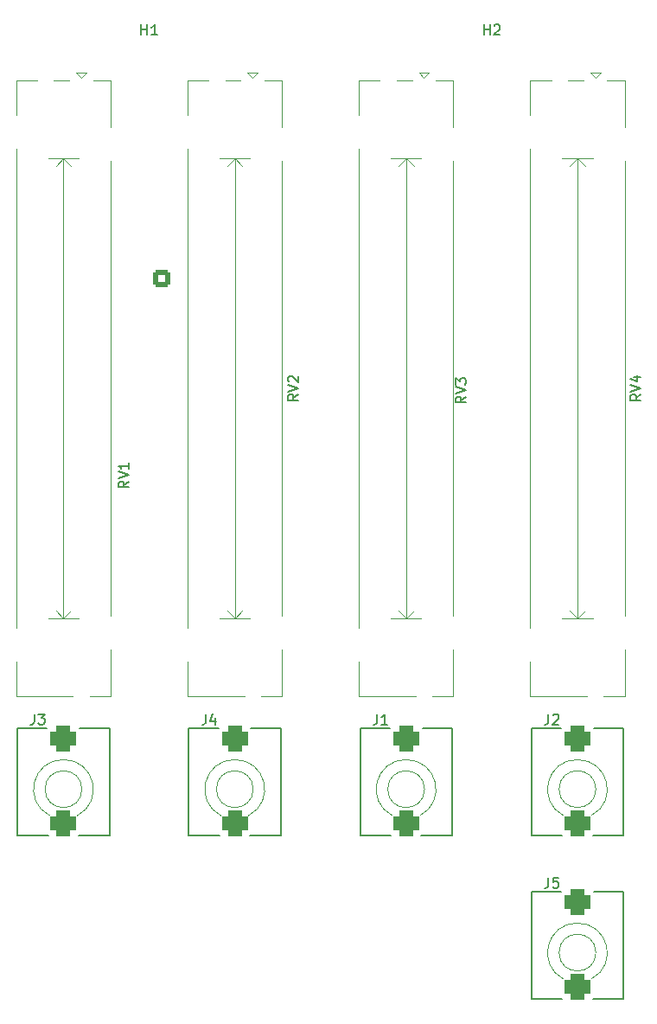
<source format=gto>
G04 #@! TF.GenerationSoftware,KiCad,Pcbnew,7.0.7*
G04 #@! TF.CreationDate,2025-11-01T14:08:12+08:00*
G04 #@! TF.ProjectId,2144_LPF,32313434-5f4c-4504-962e-6b696361645f,rev?*
G04 #@! TF.SameCoordinates,Original*
G04 #@! TF.FileFunction,Legend,Top*
G04 #@! TF.FilePolarity,Positive*
%FSLAX46Y46*%
G04 Gerber Fmt 4.6, Leading zero omitted, Abs format (unit mm)*
G04 Created by KiCad (PCBNEW 7.0.7) date 2025-11-01 14:08:12*
%MOMM*%
%LPD*%
G01*
G04 APERTURE LIST*
G04 Aperture macros list*
%AMRoundRect*
0 Rectangle with rounded corners*
0 $1 Rounding radius*
0 $2 $3 $4 $5 $6 $7 $8 $9 X,Y pos of 4 corners*
0 Add a 4 corners polygon primitive as box body*
4,1,4,$2,$3,$4,$5,$6,$7,$8,$9,$2,$3,0*
0 Add four circle primitives for the rounded corners*
1,1,$1+$1,$2,$3*
1,1,$1+$1,$4,$5*
1,1,$1+$1,$6,$7*
1,1,$1+$1,$8,$9*
0 Add four rect primitives between the rounded corners*
20,1,$1+$1,$2,$3,$4,$5,0*
20,1,$1+$1,$4,$5,$6,$7,0*
20,1,$1+$1,$6,$7,$8,$9,0*
20,1,$1+$1,$8,$9,$2,$3,0*%
G04 Aperture macros list end*
%ADD10C,0.150000*%
%ADD11C,0.120000*%
%ADD12C,0.200000*%
%ADD13C,3.200000*%
%ADD14R,1.750000X1.750000*%
%ADD15C,1.750000*%
%ADD16C,2.700000*%
%ADD17O,3.100000X2.300000*%
%ADD18RoundRect,0.650000X-0.650000X-0.650000X0.650000X-0.650000X0.650000X0.650000X-0.650000X0.650000X0*%
%ADD19R,1.700000X1.700000*%
%ADD20C,1.700000*%
%ADD21RoundRect,0.250000X0.600000X0.600000X-0.600000X0.600000X-0.600000X-0.600000X0.600000X-0.600000X0*%
G04 APERTURE END LIST*
D10*
X116018095Y-54154819D02*
X116018095Y-53154819D01*
X116018095Y-53631009D02*
X116589523Y-53631009D01*
X116589523Y-54154819D02*
X116589523Y-53154819D01*
X117018095Y-53250057D02*
X117065714Y-53202438D01*
X117065714Y-53202438D02*
X117160952Y-53154819D01*
X117160952Y-53154819D02*
X117399047Y-53154819D01*
X117399047Y-53154819D02*
X117494285Y-53202438D01*
X117494285Y-53202438D02*
X117541904Y-53250057D01*
X117541904Y-53250057D02*
X117589523Y-53345295D01*
X117589523Y-53345295D02*
X117589523Y-53440533D01*
X117589523Y-53440533D02*
X117541904Y-53583390D01*
X117541904Y-53583390D02*
X116970476Y-54154819D01*
X116970476Y-54154819D02*
X117589523Y-54154819D01*
X131374819Y-89345238D02*
X130898628Y-89678571D01*
X131374819Y-89916666D02*
X130374819Y-89916666D01*
X130374819Y-89916666D02*
X130374819Y-89535714D01*
X130374819Y-89535714D02*
X130422438Y-89440476D01*
X130422438Y-89440476D02*
X130470057Y-89392857D01*
X130470057Y-89392857D02*
X130565295Y-89345238D01*
X130565295Y-89345238D02*
X130708152Y-89345238D01*
X130708152Y-89345238D02*
X130803390Y-89392857D01*
X130803390Y-89392857D02*
X130851009Y-89440476D01*
X130851009Y-89440476D02*
X130898628Y-89535714D01*
X130898628Y-89535714D02*
X130898628Y-89916666D01*
X130374819Y-89059523D02*
X131374819Y-88726190D01*
X131374819Y-88726190D02*
X130374819Y-88392857D01*
X130708152Y-87630952D02*
X131374819Y-87630952D01*
X130327200Y-87869047D02*
X131041485Y-88107142D01*
X131041485Y-88107142D02*
X131041485Y-87488095D01*
X122336666Y-120654819D02*
X122336666Y-121369104D01*
X122336666Y-121369104D02*
X122289047Y-121511961D01*
X122289047Y-121511961D02*
X122193809Y-121607200D01*
X122193809Y-121607200D02*
X122050952Y-121654819D01*
X122050952Y-121654819D02*
X121955714Y-121654819D01*
X122765238Y-120750057D02*
X122812857Y-120702438D01*
X122812857Y-120702438D02*
X122908095Y-120654819D01*
X122908095Y-120654819D02*
X123146190Y-120654819D01*
X123146190Y-120654819D02*
X123241428Y-120702438D01*
X123241428Y-120702438D02*
X123289047Y-120750057D01*
X123289047Y-120750057D02*
X123336666Y-120845295D01*
X123336666Y-120845295D02*
X123336666Y-120940533D01*
X123336666Y-120940533D02*
X123289047Y-121083390D01*
X123289047Y-121083390D02*
X122717619Y-121654819D01*
X122717619Y-121654819D02*
X123336666Y-121654819D01*
X81226819Y-97877238D02*
X80750628Y-98210571D01*
X81226819Y-98448666D02*
X80226819Y-98448666D01*
X80226819Y-98448666D02*
X80226819Y-98067714D01*
X80226819Y-98067714D02*
X80274438Y-97972476D01*
X80274438Y-97972476D02*
X80322057Y-97924857D01*
X80322057Y-97924857D02*
X80417295Y-97877238D01*
X80417295Y-97877238D02*
X80560152Y-97877238D01*
X80560152Y-97877238D02*
X80655390Y-97924857D01*
X80655390Y-97924857D02*
X80703009Y-97972476D01*
X80703009Y-97972476D02*
X80750628Y-98067714D01*
X80750628Y-98067714D02*
X80750628Y-98448666D01*
X80226819Y-97591523D02*
X81226819Y-97258190D01*
X81226819Y-97258190D02*
X80226819Y-96924857D01*
X81226819Y-96067714D02*
X81226819Y-96639142D01*
X81226819Y-96353428D02*
X80226819Y-96353428D01*
X80226819Y-96353428D02*
X80369676Y-96448666D01*
X80369676Y-96448666D02*
X80464914Y-96543904D01*
X80464914Y-96543904D02*
X80512533Y-96639142D01*
X82458095Y-54154819D02*
X82458095Y-53154819D01*
X82458095Y-53631009D02*
X83029523Y-53631009D01*
X83029523Y-54154819D02*
X83029523Y-53154819D01*
X84029523Y-54154819D02*
X83458095Y-54154819D01*
X83743809Y-54154819D02*
X83743809Y-53154819D01*
X83743809Y-53154819D02*
X83648571Y-53297676D01*
X83648571Y-53297676D02*
X83553333Y-53392914D01*
X83553333Y-53392914D02*
X83458095Y-53440533D01*
X122336666Y-136654819D02*
X122336666Y-137369104D01*
X122336666Y-137369104D02*
X122289047Y-137511961D01*
X122289047Y-137511961D02*
X122193809Y-137607200D01*
X122193809Y-137607200D02*
X122050952Y-137654819D01*
X122050952Y-137654819D02*
X121955714Y-137654819D01*
X123289047Y-136654819D02*
X122812857Y-136654819D01*
X122812857Y-136654819D02*
X122765238Y-137131009D01*
X122765238Y-137131009D02*
X122812857Y-137083390D01*
X122812857Y-137083390D02*
X122908095Y-137035771D01*
X122908095Y-137035771D02*
X123146190Y-137035771D01*
X123146190Y-137035771D02*
X123241428Y-137083390D01*
X123241428Y-137083390D02*
X123289047Y-137131009D01*
X123289047Y-137131009D02*
X123336666Y-137226247D01*
X123336666Y-137226247D02*
X123336666Y-137464342D01*
X123336666Y-137464342D02*
X123289047Y-137559580D01*
X123289047Y-137559580D02*
X123241428Y-137607200D01*
X123241428Y-137607200D02*
X123146190Y-137654819D01*
X123146190Y-137654819D02*
X122908095Y-137654819D01*
X122908095Y-137654819D02*
X122812857Y-137607200D01*
X122812857Y-137607200D02*
X122765238Y-137559580D01*
X97814819Y-89345238D02*
X97338628Y-89678571D01*
X97814819Y-89916666D02*
X96814819Y-89916666D01*
X96814819Y-89916666D02*
X96814819Y-89535714D01*
X96814819Y-89535714D02*
X96862438Y-89440476D01*
X96862438Y-89440476D02*
X96910057Y-89392857D01*
X96910057Y-89392857D02*
X97005295Y-89345238D01*
X97005295Y-89345238D02*
X97148152Y-89345238D01*
X97148152Y-89345238D02*
X97243390Y-89392857D01*
X97243390Y-89392857D02*
X97291009Y-89440476D01*
X97291009Y-89440476D02*
X97338628Y-89535714D01*
X97338628Y-89535714D02*
X97338628Y-89916666D01*
X96814819Y-89059523D02*
X97814819Y-88726190D01*
X97814819Y-88726190D02*
X96814819Y-88392857D01*
X96910057Y-88107142D02*
X96862438Y-88059523D01*
X96862438Y-88059523D02*
X96814819Y-87964285D01*
X96814819Y-87964285D02*
X96814819Y-87726190D01*
X96814819Y-87726190D02*
X96862438Y-87630952D01*
X96862438Y-87630952D02*
X96910057Y-87583333D01*
X96910057Y-87583333D02*
X97005295Y-87535714D01*
X97005295Y-87535714D02*
X97100533Y-87535714D01*
X97100533Y-87535714D02*
X97243390Y-87583333D01*
X97243390Y-87583333D02*
X97814819Y-88154761D01*
X97814819Y-88154761D02*
X97814819Y-87535714D01*
X114246819Y-89581238D02*
X113770628Y-89914571D01*
X114246819Y-90152666D02*
X113246819Y-90152666D01*
X113246819Y-90152666D02*
X113246819Y-89771714D01*
X113246819Y-89771714D02*
X113294438Y-89676476D01*
X113294438Y-89676476D02*
X113342057Y-89628857D01*
X113342057Y-89628857D02*
X113437295Y-89581238D01*
X113437295Y-89581238D02*
X113580152Y-89581238D01*
X113580152Y-89581238D02*
X113675390Y-89628857D01*
X113675390Y-89628857D02*
X113723009Y-89676476D01*
X113723009Y-89676476D02*
X113770628Y-89771714D01*
X113770628Y-89771714D02*
X113770628Y-90152666D01*
X113246819Y-89295523D02*
X114246819Y-88962190D01*
X114246819Y-88962190D02*
X113246819Y-88628857D01*
X113246819Y-88390761D02*
X113246819Y-87771714D01*
X113246819Y-87771714D02*
X113627771Y-88105047D01*
X113627771Y-88105047D02*
X113627771Y-87962190D01*
X113627771Y-87962190D02*
X113675390Y-87866952D01*
X113675390Y-87866952D02*
X113723009Y-87819333D01*
X113723009Y-87819333D02*
X113818247Y-87771714D01*
X113818247Y-87771714D02*
X114056342Y-87771714D01*
X114056342Y-87771714D02*
X114151580Y-87819333D01*
X114151580Y-87819333D02*
X114199200Y-87866952D01*
X114199200Y-87866952D02*
X114246819Y-87962190D01*
X114246819Y-87962190D02*
X114246819Y-88247904D01*
X114246819Y-88247904D02*
X114199200Y-88343142D01*
X114199200Y-88343142D02*
X114151580Y-88390761D01*
X88776666Y-120654819D02*
X88776666Y-121369104D01*
X88776666Y-121369104D02*
X88729047Y-121511961D01*
X88729047Y-121511961D02*
X88633809Y-121607200D01*
X88633809Y-121607200D02*
X88490952Y-121654819D01*
X88490952Y-121654819D02*
X88395714Y-121654819D01*
X89681428Y-120988152D02*
X89681428Y-121654819D01*
X89443333Y-120607200D02*
X89205238Y-121321485D01*
X89205238Y-121321485D02*
X89824285Y-121321485D01*
X71996666Y-120654819D02*
X71996666Y-121369104D01*
X71996666Y-121369104D02*
X71949047Y-121511961D01*
X71949047Y-121511961D02*
X71853809Y-121607200D01*
X71853809Y-121607200D02*
X71710952Y-121654819D01*
X71710952Y-121654819D02*
X71615714Y-121654819D01*
X72377619Y-120654819D02*
X72996666Y-120654819D01*
X72996666Y-120654819D02*
X72663333Y-121035771D01*
X72663333Y-121035771D02*
X72806190Y-121035771D01*
X72806190Y-121035771D02*
X72901428Y-121083390D01*
X72901428Y-121083390D02*
X72949047Y-121131009D01*
X72949047Y-121131009D02*
X72996666Y-121226247D01*
X72996666Y-121226247D02*
X72996666Y-121464342D01*
X72996666Y-121464342D02*
X72949047Y-121559580D01*
X72949047Y-121559580D02*
X72901428Y-121607200D01*
X72901428Y-121607200D02*
X72806190Y-121654819D01*
X72806190Y-121654819D02*
X72520476Y-121654819D01*
X72520476Y-121654819D02*
X72425238Y-121607200D01*
X72425238Y-121607200D02*
X72377619Y-121559580D01*
X105556666Y-120654819D02*
X105556666Y-121369104D01*
X105556666Y-121369104D02*
X105509047Y-121511961D01*
X105509047Y-121511961D02*
X105413809Y-121607200D01*
X105413809Y-121607200D02*
X105270952Y-121654819D01*
X105270952Y-121654819D02*
X105175714Y-121654819D01*
X106556666Y-121654819D02*
X105985238Y-121654819D01*
X106270952Y-121654819D02*
X106270952Y-120654819D01*
X106270952Y-120654819D02*
X106175714Y-120797676D01*
X106175714Y-120797676D02*
X106080476Y-120892914D01*
X106080476Y-120892914D02*
X105985238Y-120940533D01*
D11*
X127420000Y-57825000D02*
X126420000Y-57825000D01*
X126420000Y-57825000D02*
X126920000Y-58325000D01*
X126920000Y-58325000D02*
X127420000Y-57825000D01*
X129790000Y-58630000D02*
X128095000Y-58630000D01*
X129790000Y-58630000D02*
X129790000Y-63215000D01*
X125745000Y-58630000D02*
X124242000Y-58630000D01*
X122597000Y-58630000D02*
X120550000Y-58630000D01*
X120550000Y-58630000D02*
X120550000Y-62015000D01*
X120550000Y-65286000D02*
X120550000Y-112215000D01*
X126670000Y-66250000D02*
X123670000Y-66250000D01*
X125170000Y-66250000D02*
X124420000Y-67000000D01*
X125170000Y-66250000D02*
X125170000Y-111250000D01*
X129790000Y-66486000D02*
X129790000Y-111015000D01*
X125920000Y-67000000D02*
X125170000Y-66250000D01*
X125920000Y-110500000D02*
X125170000Y-111250000D01*
X126670000Y-111250000D02*
X123670000Y-111250000D01*
X125170000Y-111250000D02*
X124420000Y-110500000D01*
X129790000Y-114286000D02*
X129790000Y-118870000D01*
X120550000Y-115486000D02*
X120550000Y-118870000D01*
X129790000Y-118870000D02*
X127743000Y-118870000D01*
X126097000Y-118870000D02*
X120550000Y-118870000D01*
D12*
X120670000Y-122000000D02*
X123570000Y-122000000D01*
X120670000Y-132500000D02*
X120670000Y-122000000D01*
X120670000Y-132500000D02*
X123670000Y-132500000D01*
X126670000Y-132500000D02*
X129670000Y-132500000D01*
X126770000Y-122000000D02*
X129670000Y-122000000D01*
X129670000Y-132500000D02*
X129670000Y-122000000D01*
D11*
X125170000Y-125105001D02*
G75*
G03*
X123820000Y-130588576I-26869J-2901351D01*
G01*
X126520000Y-130588577D02*
G75*
G03*
X125170000Y-125105000I-1323132J2582225D01*
G01*
X126970000Y-128000000D02*
G75*
G03*
X126970000Y-128000000I-1800000J0D01*
G01*
X77080000Y-57825000D02*
X76080000Y-57825000D01*
X76080000Y-57825000D02*
X76580000Y-58325000D01*
X76580000Y-58325000D02*
X77080000Y-57825000D01*
X79450000Y-58630000D02*
X77755000Y-58630000D01*
X79450000Y-58630000D02*
X79450000Y-63215000D01*
X75405000Y-58630000D02*
X73902000Y-58630000D01*
X72257000Y-58630000D02*
X70210000Y-58630000D01*
X70210000Y-58630000D02*
X70210000Y-62015000D01*
X70210000Y-65286000D02*
X70210000Y-112215000D01*
X76330000Y-66250000D02*
X73330000Y-66250000D01*
X74830000Y-66250000D02*
X74080000Y-67000000D01*
X74830000Y-66250000D02*
X74830000Y-111250000D01*
X79450000Y-66486000D02*
X79450000Y-111015000D01*
X75580000Y-67000000D02*
X74830000Y-66250000D01*
X75580000Y-110500000D02*
X74830000Y-111250000D01*
X76330000Y-111250000D02*
X73330000Y-111250000D01*
X74830000Y-111250000D02*
X74080000Y-110500000D01*
X79450000Y-114286000D02*
X79450000Y-118870000D01*
X70210000Y-115486000D02*
X70210000Y-118870000D01*
X79450000Y-118870000D02*
X77403000Y-118870000D01*
X75757000Y-118870000D02*
X70210000Y-118870000D01*
D12*
X120670000Y-138000000D02*
X123570000Y-138000000D01*
X120670000Y-148500000D02*
X120670000Y-138000000D01*
X120670000Y-148500000D02*
X123670000Y-148500000D01*
X126670000Y-148500000D02*
X129670000Y-148500000D01*
X126770000Y-138000000D02*
X129670000Y-138000000D01*
X129670000Y-148500000D02*
X129670000Y-138000000D01*
D11*
X125170000Y-141105001D02*
G75*
G03*
X123820000Y-146588576I-26869J-2901351D01*
G01*
X126520000Y-146588577D02*
G75*
G03*
X125170000Y-141105000I-1323132J2582225D01*
G01*
X126970000Y-144000000D02*
G75*
G03*
X126970000Y-144000000I-1800000J0D01*
G01*
X93860000Y-57825000D02*
X92860000Y-57825000D01*
X92860000Y-57825000D02*
X93360000Y-58325000D01*
X93360000Y-58325000D02*
X93860000Y-57825000D01*
X96230000Y-58630000D02*
X94535000Y-58630000D01*
X96230000Y-58630000D02*
X96230000Y-63215000D01*
X92185000Y-58630000D02*
X90682000Y-58630000D01*
X89037000Y-58630000D02*
X86990000Y-58630000D01*
X86990000Y-58630000D02*
X86990000Y-62015000D01*
X86990000Y-65286000D02*
X86990000Y-112215000D01*
X93110000Y-66250000D02*
X90110000Y-66250000D01*
X91610000Y-66250000D02*
X90860000Y-67000000D01*
X91610000Y-66250000D02*
X91610000Y-111250000D01*
X96230000Y-66486000D02*
X96230000Y-111015000D01*
X92360000Y-67000000D02*
X91610000Y-66250000D01*
X92360000Y-110500000D02*
X91610000Y-111250000D01*
X93110000Y-111250000D02*
X90110000Y-111250000D01*
X91610000Y-111250000D02*
X90860000Y-110500000D01*
X96230000Y-114286000D02*
X96230000Y-118870000D01*
X86990000Y-115486000D02*
X86990000Y-118870000D01*
X96230000Y-118870000D02*
X94183000Y-118870000D01*
X92537000Y-118870000D02*
X86990000Y-118870000D01*
X110640000Y-57825000D02*
X109640000Y-57825000D01*
X109640000Y-57825000D02*
X110140000Y-58325000D01*
X110140000Y-58325000D02*
X110640000Y-57825000D01*
X113010000Y-58630000D02*
X111315000Y-58630000D01*
X113010000Y-58630000D02*
X113010000Y-63215000D01*
X108965000Y-58630000D02*
X107462000Y-58630000D01*
X105817000Y-58630000D02*
X103770000Y-58630000D01*
X103770000Y-58630000D02*
X103770000Y-62015000D01*
X103770000Y-65286000D02*
X103770000Y-112215000D01*
X109890000Y-66250000D02*
X106890000Y-66250000D01*
X108390000Y-66250000D02*
X107640000Y-67000000D01*
X108390000Y-66250000D02*
X108390000Y-111250000D01*
X113010000Y-66486000D02*
X113010000Y-111015000D01*
X109140000Y-67000000D02*
X108390000Y-66250000D01*
X109140000Y-110500000D02*
X108390000Y-111250000D01*
X109890000Y-111250000D02*
X106890000Y-111250000D01*
X108390000Y-111250000D02*
X107640000Y-110500000D01*
X113010000Y-114286000D02*
X113010000Y-118870000D01*
X103770000Y-115486000D02*
X103770000Y-118870000D01*
X113010000Y-118870000D02*
X110963000Y-118870000D01*
X109317000Y-118870000D02*
X103770000Y-118870000D01*
D12*
X87110000Y-122000000D02*
X90010000Y-122000000D01*
X87110000Y-132500000D02*
X87110000Y-122000000D01*
X87110000Y-132500000D02*
X90110000Y-132500000D01*
X93110000Y-132500000D02*
X96110000Y-132500000D01*
X93210000Y-122000000D02*
X96110000Y-122000000D01*
X96110000Y-132500000D02*
X96110000Y-122000000D01*
D11*
X91610000Y-125105001D02*
G75*
G03*
X90260000Y-130588576I-26869J-2901351D01*
G01*
X92960000Y-130588577D02*
G75*
G03*
X91610000Y-125105000I-1323132J2582225D01*
G01*
X93410000Y-128000000D02*
G75*
G03*
X93410000Y-128000000I-1800000J0D01*
G01*
D12*
X70330000Y-122000000D02*
X73230000Y-122000000D01*
X70330000Y-132500000D02*
X70330000Y-122000000D01*
X70330000Y-132500000D02*
X73330000Y-132500000D01*
X76330000Y-132500000D02*
X79330000Y-132500000D01*
X76430000Y-122000000D02*
X79330000Y-122000000D01*
X79330000Y-132500000D02*
X79330000Y-122000000D01*
D11*
X74830000Y-125105001D02*
G75*
G03*
X73480000Y-130588576I-26869J-2901351D01*
G01*
X76180000Y-130588577D02*
G75*
G03*
X74830000Y-125105000I-1323132J2582225D01*
G01*
X76630000Y-128000000D02*
G75*
G03*
X76630000Y-128000000I-1800000J0D01*
G01*
D12*
X103890000Y-122000000D02*
X106790000Y-122000000D01*
X103890000Y-132500000D02*
X103890000Y-122000000D01*
X103890000Y-132500000D02*
X106890000Y-132500000D01*
X109890000Y-132500000D02*
X112890000Y-132500000D01*
X109990000Y-122000000D02*
X112890000Y-122000000D01*
X112890000Y-132500000D02*
X112890000Y-122000000D01*
D11*
X108390000Y-125105001D02*
G75*
G03*
X107040000Y-130588576I-26869J-2901351D01*
G01*
X109740000Y-130588577D02*
G75*
G03*
X108390000Y-125105000I-1323132J2582225D01*
G01*
X110190000Y-128000000D02*
G75*
G03*
X110190000Y-128000000I-1800000J0D01*
G01*
%LPC*%
D13*
X116780000Y-49500000D03*
D14*
X126920000Y-59500000D03*
D15*
X123420000Y-59500000D03*
X126920000Y-118000000D03*
D16*
X120970000Y-63650000D03*
X129370000Y-64850000D03*
X129370000Y-112650000D03*
X120970000Y-113850000D03*
D17*
X125170000Y-134480000D03*
D18*
X125170000Y-123080000D03*
X125170000Y-131380000D03*
D14*
X76580000Y-59500000D03*
D15*
X73080000Y-59500000D03*
X76580000Y-118000000D03*
D16*
X70630000Y-63650000D03*
X79030000Y-64850000D03*
X79030000Y-112650000D03*
X70630000Y-113850000D03*
D13*
X83220000Y-49500000D03*
D17*
X125170000Y-150480000D03*
D18*
X125170000Y-139080000D03*
X125170000Y-147380000D03*
D14*
X93360000Y-59500000D03*
D15*
X89860000Y-59500000D03*
X93360000Y-118000000D03*
D16*
X87410000Y-63650000D03*
X95810000Y-64850000D03*
X95810000Y-112650000D03*
X87410000Y-113850000D03*
D14*
X110140000Y-59500000D03*
D15*
X106640000Y-59500000D03*
X110140000Y-118000000D03*
D16*
X104190000Y-63650000D03*
X112590000Y-64850000D03*
X112590000Y-112650000D03*
X104190000Y-113850000D03*
D17*
X91610000Y-134480000D03*
D18*
X91610000Y-123080000D03*
X91610000Y-131380000D03*
D17*
X74830000Y-134480000D03*
D18*
X74830000Y-123080000D03*
X74830000Y-131380000D03*
D17*
X108390000Y-134480000D03*
D18*
X108390000Y-123080000D03*
X108390000Y-131380000D03*
D19*
X100838000Y-95504000D03*
D20*
X100838000Y-92964000D03*
X100838000Y-90424000D03*
X100838000Y-87884000D03*
X100838000Y-85344000D03*
X100838000Y-82804000D03*
X100838000Y-80264000D03*
X100838000Y-77724000D03*
X116078000Y-77724000D03*
X116078000Y-80264000D03*
X116078000Y-82804000D03*
X116078000Y-85344000D03*
X116078000Y-87884000D03*
X116078000Y-90424000D03*
X116078000Y-92964000D03*
X116078000Y-95504000D03*
D21*
X84490000Y-78000000D03*
D20*
X81950000Y-78000000D03*
X84490000Y-80540000D03*
X81950000Y-80540000D03*
X84490000Y-83080000D03*
X81950000Y-83080000D03*
X84490000Y-85620000D03*
X81950000Y-85620000D03*
X84490000Y-88160000D03*
X81950000Y-88160000D03*
%LPD*%
M02*

</source>
